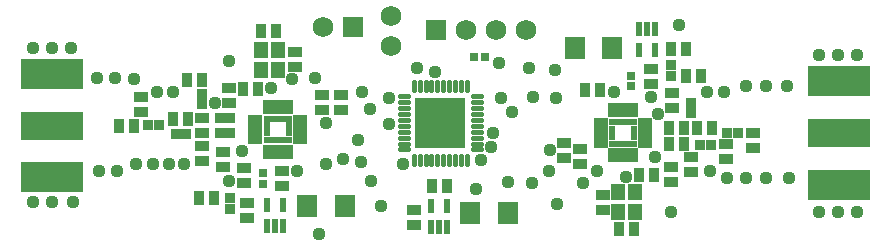
<source format=gts>
G75*
G70*
%OFA0B0*%
%FSLAX24Y24*%
%IPPOS*%
%LPD*%
%AMOC8*
5,1,8,0,0,1.08239X$1,22.5*
%
%ADD10R,0.1655X0.1655*%
%ADD11C,0.0160*%
%ADD12R,0.0945X0.0217*%
%ADD13R,0.0217X0.0512*%
%ADD14R,0.0450X0.0190*%
%ADD15R,0.0190X0.0450*%
%ADD16R,0.0237X0.0474*%
%ADD17R,0.0450X0.0330*%
%ADD18R,0.0330X0.0450*%
%ADD19R,0.0356X0.0336*%
%ADD20R,0.0680X0.0780*%
%ADD21R,0.0316X0.0316*%
%ADD22R,0.0474X0.0552*%
%ADD23R,0.0336X0.0356*%
%ADD24R,0.0680X0.0680*%
%ADD25C,0.0680*%
%ADD26R,0.2080X0.1030*%
%ADD27R,0.2080X0.0980*%
%ADD28C,0.0440*%
D10*
X014451Y004793D03*
D11*
X013364Y004695D02*
X013094Y004695D01*
X013094Y004892D02*
X013364Y004892D01*
X013364Y005089D02*
X013094Y005089D01*
X013094Y005286D02*
X013364Y005286D01*
X013364Y005482D02*
X013094Y005482D01*
X013094Y005679D02*
X013364Y005679D01*
X013566Y005880D02*
X013566Y006150D01*
X013762Y006150D02*
X013762Y005880D01*
X013959Y005880D02*
X013959Y006150D01*
X014156Y006150D02*
X014156Y005880D01*
X014353Y005880D02*
X014353Y006150D01*
X014550Y006150D02*
X014550Y005880D01*
X014747Y005880D02*
X014747Y006150D01*
X014943Y006150D02*
X014943Y005880D01*
X015140Y005880D02*
X015140Y006150D01*
X015337Y006150D02*
X015337Y005880D01*
X015538Y005679D02*
X015808Y005679D01*
X015808Y005482D02*
X015538Y005482D01*
X015538Y005286D02*
X015808Y005286D01*
X015808Y005089D02*
X015538Y005089D01*
X015538Y004892D02*
X015808Y004892D01*
X015808Y004695D02*
X015538Y004695D01*
X015538Y004498D02*
X015808Y004498D01*
X015808Y004301D02*
X015538Y004301D01*
X015538Y004104D02*
X015808Y004104D01*
X015808Y003908D02*
X015538Y003908D01*
X015337Y003706D02*
X015337Y003436D01*
X015140Y003436D02*
X015140Y003706D01*
X014943Y003706D02*
X014943Y003436D01*
X014747Y003436D02*
X014747Y003706D01*
X014550Y003706D02*
X014550Y003436D01*
X014353Y003436D02*
X014353Y003706D01*
X014156Y003706D02*
X014156Y003436D01*
X013959Y003436D02*
X013959Y003706D01*
X013762Y003706D02*
X013762Y003436D01*
X013566Y003436D02*
X013566Y003706D01*
X013364Y003908D02*
X013094Y003908D01*
X013094Y004104D02*
X013364Y004104D01*
X013364Y004301D02*
X013094Y004301D01*
X013094Y004498D02*
X013364Y004498D01*
D12*
X009033Y004210D03*
X009033Y004939D03*
X020541Y004824D03*
X020541Y004096D03*
D13*
X020177Y004460D03*
X020905Y004460D03*
X009397Y004574D03*
X008669Y004574D03*
D14*
X008285Y004574D03*
X008285Y004378D03*
X008285Y004181D03*
X009781Y004181D03*
X009781Y004378D03*
X009781Y004574D03*
X009781Y004771D03*
X009781Y004968D03*
X008285Y004968D03*
X008285Y004771D03*
X019793Y004854D03*
X019793Y004657D03*
X019793Y004460D03*
X019793Y004263D03*
X019793Y004067D03*
X021289Y004067D03*
X021289Y004263D03*
X021289Y004460D03*
X021289Y004657D03*
X021289Y004854D03*
D15*
X020935Y005208D03*
X020738Y005208D03*
X020541Y005208D03*
X020344Y005208D03*
X020147Y005208D03*
X020147Y003712D03*
X020344Y003712D03*
X020541Y003712D03*
X020738Y003712D03*
X020935Y003712D03*
X009427Y003826D03*
X009230Y003826D03*
X009033Y003826D03*
X008836Y003826D03*
X008640Y003826D03*
X008640Y005323D03*
X008836Y005323D03*
X009033Y005323D03*
X009230Y005323D03*
X009427Y005323D03*
D16*
X009197Y002054D03*
X008685Y002054D03*
X008685Y001365D03*
X008941Y001365D03*
X009197Y001365D03*
X014156Y001333D03*
X014412Y001333D03*
X014668Y001333D03*
X014668Y002022D03*
X014156Y002022D03*
X021089Y007233D03*
X021601Y007233D03*
X021601Y007922D03*
X021345Y007922D03*
X021089Y007922D03*
D17*
X021477Y006585D03*
X021477Y006085D03*
X022177Y005775D03*
X022177Y005275D03*
X024887Y004455D03*
X023967Y004075D03*
X024887Y003955D03*
X023967Y003575D03*
X022793Y003663D03*
X022137Y003335D03*
X022793Y003163D03*
X022137Y002835D03*
X019867Y002395D03*
X019867Y001895D03*
X019097Y003435D03*
X018577Y003635D03*
X019097Y003935D03*
X018577Y004135D03*
X013577Y001895D03*
X013577Y001395D03*
X009187Y002695D03*
X009187Y003195D03*
X007897Y003295D03*
X007217Y003315D03*
X006507Y003535D03*
X007217Y003815D03*
X006507Y004035D03*
X006517Y004455D03*
X006517Y004955D03*
X007417Y005455D03*
X007417Y005955D03*
X009617Y006655D03*
X009617Y007155D03*
X010497Y005735D03*
X011137Y005735D03*
X011137Y005235D03*
X010497Y005235D03*
X004487Y005145D03*
X004487Y005645D03*
X007897Y002795D03*
X008017Y002115D03*
X008017Y001615D03*
D18*
X006907Y002285D03*
X006407Y002285D03*
X004247Y004705D03*
X003747Y004705D03*
X005527Y004925D03*
X006027Y004925D03*
X007867Y005925D03*
X008367Y005925D03*
X006507Y006215D03*
X006007Y006215D03*
X008487Y007845D03*
X008987Y007845D03*
X019287Y005885D03*
X019787Y005885D03*
X022627Y006355D03*
X023127Y006355D03*
X022647Y007245D03*
X022147Y007245D03*
X022082Y004618D03*
X022582Y004618D03*
X023022Y004614D03*
X023522Y004614D03*
X022590Y004106D03*
X022090Y004106D03*
X021567Y003055D03*
X021067Y003055D03*
X020917Y001245D03*
X020417Y001245D03*
X014667Y002685D03*
X014167Y002685D03*
D19*
X007437Y002282D03*
X007437Y001927D03*
X006497Y005417D03*
X006497Y005772D03*
X022147Y006367D03*
X022147Y006722D03*
X022797Y005464D03*
X022797Y005110D03*
D20*
X020179Y007276D03*
X018929Y007276D03*
X011264Y002024D03*
X010014Y002024D03*
X015451Y001787D03*
X016701Y001787D03*
D21*
X008557Y002767D03*
X008557Y003122D03*
X015580Y006985D03*
X015934Y006985D03*
X020797Y006362D03*
X020797Y006007D03*
D22*
X020929Y002491D03*
X020378Y002491D03*
X020378Y001821D03*
X020929Y001821D03*
X009037Y006568D03*
X008486Y006568D03*
X008486Y007238D03*
X009037Y007238D03*
D23*
X007454Y004945D03*
X007100Y004945D03*
X007100Y004465D03*
X007454Y004465D03*
X005984Y004425D03*
X005630Y004425D03*
X005064Y004715D03*
X004710Y004715D03*
X023119Y004067D03*
X023473Y004067D03*
X024010Y004445D03*
X024364Y004445D03*
D24*
X014317Y007905D03*
X011557Y007985D03*
D25*
X010557Y007985D03*
X012797Y008345D03*
X015317Y007905D03*
X016317Y007905D03*
X017317Y007905D03*
X012797Y007345D03*
D26*
X001523Y006438D03*
X001523Y002979D03*
X027733Y002729D03*
X027733Y006188D03*
D27*
X027733Y004453D03*
X001523Y004703D03*
D28*
X000877Y002145D03*
X001517Y002145D03*
X002197Y002145D03*
X003077Y003185D03*
X003677Y003185D03*
X004317Y003425D03*
X004877Y003425D03*
X005397Y003425D03*
X005917Y003425D03*
X007397Y002865D03*
X009677Y003185D03*
X010637Y003425D03*
X011197Y003585D03*
X011797Y003505D03*
X013197Y003425D03*
X012157Y002865D03*
X012477Y002025D03*
X010397Y001105D03*
X015637Y002585D03*
X016717Y002825D03*
X017517Y002785D03*
X018077Y003185D03*
X019197Y002785D03*
X019677Y003185D03*
X020637Y002985D03*
X021597Y003665D03*
X023437Y003185D03*
X023997Y002945D03*
X024637Y002945D03*
X025317Y002945D03*
X026077Y002945D03*
X027077Y001825D03*
X027717Y001825D03*
X028357Y001825D03*
X022157Y001825D03*
X018357Y002105D03*
X015797Y003545D03*
X016157Y003985D03*
X016197Y004465D03*
X014437Y004785D03*
X012757Y004745D03*
X012117Y005265D03*
X012757Y005625D03*
X011837Y005825D03*
X010277Y006305D03*
X009517Y006265D03*
X008797Y005945D03*
X006957Y005465D03*
X005557Y005825D03*
X004997Y005825D03*
X004237Y006265D03*
X003597Y006305D03*
X002997Y006305D03*
X002157Y007305D03*
X001517Y007305D03*
X000877Y007305D03*
X007397Y006865D03*
X010657Y004805D03*
X011717Y004225D03*
X007837Y003865D03*
X014277Y006505D03*
X013677Y006625D03*
X016397Y006785D03*
X017397Y006625D03*
X018277Y006545D03*
X020237Y005825D03*
X021477Y005665D03*
X021717Y005105D03*
X023357Y005825D03*
X023917Y005825D03*
X024637Y006025D03*
X025317Y006025D03*
X025997Y006025D03*
X027077Y007065D03*
X027717Y007065D03*
X028357Y007065D03*
X022397Y008065D03*
X018317Y005625D03*
X017557Y005665D03*
X016477Y005625D03*
X016837Y005145D03*
X018117Y003905D03*
M02*

</source>
